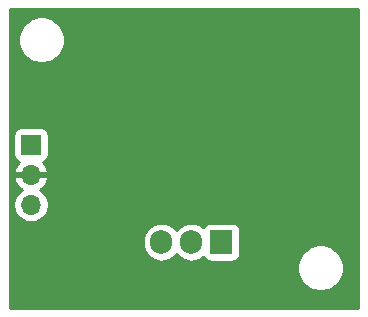
<source format=gbr>
%TF.GenerationSoftware,KiCad,Pcbnew,5.1.6-c6e7f7d~87~ubuntu18.04.1*%
%TF.CreationDate,2021-12-22T00:30:34-08:00*%
%TF.ProjectId,portable-voltage-regulator,706f7274-6162-46c6-952d-766f6c746167,rev?*%
%TF.SameCoordinates,Original*%
%TF.FileFunction,Copper,L2,Bot*%
%TF.FilePolarity,Positive*%
%FSLAX46Y46*%
G04 Gerber Fmt 4.6, Leading zero omitted, Abs format (unit mm)*
G04 Created by KiCad (PCBNEW 5.1.6-c6e7f7d~87~ubuntu18.04.1) date 2021-12-22 00:30:34*
%MOMM*%
%LPD*%
G01*
G04 APERTURE LIST*
%TA.AperFunction,ComponentPad*%
%ADD10O,1.905000X2.000000*%
%TD*%
%TA.AperFunction,ComponentPad*%
%ADD11R,1.905000X2.000000*%
%TD*%
%TA.AperFunction,ComponentPad*%
%ADD12O,1.700000X1.700000*%
%TD*%
%TA.AperFunction,ComponentPad*%
%ADD13R,1.700000X1.700000*%
%TD*%
%TA.AperFunction,ViaPad*%
%ADD14C,0.800000*%
%TD*%
%TA.AperFunction,Conductor*%
%ADD15C,0.254000*%
%TD*%
G04 APERTURE END LIST*
D10*
%TO.P,Q1,3*%
%TO.N,+9V*%
X153416000Y-104267000D03*
%TO.P,Q1,2*%
%TO.N,/Vout*%
X155956000Y-104267000D03*
D11*
%TO.P,Q1,1*%
%TO.N,Net-(Q1-Pad1)*%
X158496000Y-104267000D03*
%TD*%
D12*
%TO.P,J1,3*%
%TO.N,/Vout*%
X142367000Y-101092000D03*
%TO.P,J1,2*%
%TO.N,GND*%
X142367000Y-98552000D03*
D13*
%TO.P,J1,1*%
%TO.N,+9V*%
X142367000Y-96012000D03*
%TD*%
D14*
%TO.N,GND*%
X159004000Y-93980000D03*
X153416000Y-94234000D03*
X154178000Y-94234000D03*
X148209000Y-92964000D03*
X148971000Y-92964000D03*
X150749000Y-93853000D03*
X154178000Y-92964000D03*
X164846000Y-95758000D03*
X155194000Y-96774000D03*
X162052000Y-102108000D03*
X153924000Y-101854000D03*
X149860000Y-97536000D03*
X150876000Y-97282000D03*
X146304000Y-97790000D03*
X141732000Y-91440000D03*
X146558000Y-106172000D03*
X142494000Y-106426000D03*
X145542000Y-102616000D03*
X146050000Y-95758000D03*
X163068000Y-88138000D03*
X168656000Y-89408000D03*
X169164000Y-98044000D03*
X166878000Y-103124000D03*
X149352000Y-106934000D03*
X157988000Y-87122000D03*
X148844000Y-88392000D03*
X144272000Y-93472000D03*
X146812000Y-89662000D03*
X152908000Y-88646000D03*
X150876000Y-86360000D03*
X155702000Y-91186000D03*
X155448000Y-87122000D03*
X168910000Y-93726000D03*
X151892000Y-102108000D03*
%TD*%
D15*
%TO.N,GND*%
G36*
X170028000Y-109830000D02*
G01*
X140614000Y-109830000D01*
X140614000Y-106230495D01*
X164893000Y-106230495D01*
X164893000Y-106621505D01*
X164969282Y-107005003D01*
X165118915Y-107366250D01*
X165336149Y-107691364D01*
X165612636Y-107967851D01*
X165937750Y-108185085D01*
X166298997Y-108334718D01*
X166682495Y-108411000D01*
X167073505Y-108411000D01*
X167457003Y-108334718D01*
X167818250Y-108185085D01*
X168143364Y-107967851D01*
X168419851Y-107691364D01*
X168637085Y-107366250D01*
X168786718Y-107005003D01*
X168863000Y-106621505D01*
X168863000Y-106230495D01*
X168786718Y-105846997D01*
X168637085Y-105485750D01*
X168419851Y-105160636D01*
X168143364Y-104884149D01*
X167818250Y-104666915D01*
X167457003Y-104517282D01*
X167073505Y-104441000D01*
X166682495Y-104441000D01*
X166298997Y-104517282D01*
X165937750Y-104666915D01*
X165612636Y-104884149D01*
X165336149Y-105160636D01*
X165118915Y-105485750D01*
X164969282Y-105846997D01*
X164893000Y-106230495D01*
X140614000Y-106230495D01*
X140614000Y-104141514D01*
X151828500Y-104141514D01*
X151828500Y-104392485D01*
X151851470Y-104625703D01*
X151942245Y-104924948D01*
X152089655Y-105200734D01*
X152288037Y-105442463D01*
X152529765Y-105640845D01*
X152805551Y-105788255D01*
X153104796Y-105879030D01*
X153416000Y-105909681D01*
X153727203Y-105879030D01*
X154026448Y-105788255D01*
X154302234Y-105640845D01*
X154543963Y-105442463D01*
X154686000Y-105269391D01*
X154828037Y-105442463D01*
X155069765Y-105640845D01*
X155345551Y-105788255D01*
X155644796Y-105879030D01*
X155956000Y-105909681D01*
X156267203Y-105879030D01*
X156566448Y-105788255D01*
X156842234Y-105640845D01*
X156968095Y-105537553D01*
X157012963Y-105621494D01*
X157092315Y-105718185D01*
X157189006Y-105797537D01*
X157299320Y-105856502D01*
X157419018Y-105892812D01*
X157543500Y-105905072D01*
X159448500Y-105905072D01*
X159572982Y-105892812D01*
X159692680Y-105856502D01*
X159802994Y-105797537D01*
X159899685Y-105718185D01*
X159979037Y-105621494D01*
X160038002Y-105511180D01*
X160074312Y-105391482D01*
X160086572Y-105267000D01*
X160086572Y-103267000D01*
X160074312Y-103142518D01*
X160038002Y-103022820D01*
X159979037Y-102912506D01*
X159899685Y-102815815D01*
X159802994Y-102736463D01*
X159692680Y-102677498D01*
X159572982Y-102641188D01*
X159448500Y-102628928D01*
X157543500Y-102628928D01*
X157419018Y-102641188D01*
X157299320Y-102677498D01*
X157189006Y-102736463D01*
X157092315Y-102815815D01*
X157012963Y-102912506D01*
X156968095Y-102996446D01*
X156842235Y-102893155D01*
X156566449Y-102745745D01*
X156267204Y-102654970D01*
X155956000Y-102624319D01*
X155644797Y-102654970D01*
X155345552Y-102745745D01*
X155069766Y-102893155D01*
X154828037Y-103091537D01*
X154686000Y-103264609D01*
X154543963Y-103091537D01*
X154302235Y-102893155D01*
X154026449Y-102745745D01*
X153727204Y-102654970D01*
X153416000Y-102624319D01*
X153104797Y-102654970D01*
X152805552Y-102745745D01*
X152529766Y-102893155D01*
X152288037Y-103091537D01*
X152089655Y-103333265D01*
X151942245Y-103609051D01*
X151851470Y-103908296D01*
X151828500Y-104141514D01*
X140614000Y-104141514D01*
X140614000Y-100945740D01*
X140882000Y-100945740D01*
X140882000Y-101238260D01*
X140939068Y-101525158D01*
X141051010Y-101795411D01*
X141213525Y-102038632D01*
X141420368Y-102245475D01*
X141663589Y-102407990D01*
X141933842Y-102519932D01*
X142220740Y-102577000D01*
X142513260Y-102577000D01*
X142800158Y-102519932D01*
X143070411Y-102407990D01*
X143313632Y-102245475D01*
X143520475Y-102038632D01*
X143682990Y-101795411D01*
X143794932Y-101525158D01*
X143852000Y-101238260D01*
X143852000Y-100945740D01*
X143794932Y-100658842D01*
X143682990Y-100388589D01*
X143520475Y-100145368D01*
X143313632Y-99938525D01*
X143131466Y-99816805D01*
X143248355Y-99747178D01*
X143464588Y-99552269D01*
X143638641Y-99318920D01*
X143763825Y-99056099D01*
X143808476Y-98908890D01*
X143687155Y-98679000D01*
X142494000Y-98679000D01*
X142494000Y-98699000D01*
X142240000Y-98699000D01*
X142240000Y-98679000D01*
X141046845Y-98679000D01*
X140925524Y-98908890D01*
X140970175Y-99056099D01*
X141095359Y-99318920D01*
X141269412Y-99552269D01*
X141485645Y-99747178D01*
X141602534Y-99816805D01*
X141420368Y-99938525D01*
X141213525Y-100145368D01*
X141051010Y-100388589D01*
X140939068Y-100658842D01*
X140882000Y-100945740D01*
X140614000Y-100945740D01*
X140614000Y-95162000D01*
X140878928Y-95162000D01*
X140878928Y-96862000D01*
X140891188Y-96986482D01*
X140927498Y-97106180D01*
X140986463Y-97216494D01*
X141065815Y-97313185D01*
X141162506Y-97392537D01*
X141272820Y-97451502D01*
X141353466Y-97475966D01*
X141269412Y-97551731D01*
X141095359Y-97785080D01*
X140970175Y-98047901D01*
X140925524Y-98195110D01*
X141046845Y-98425000D01*
X142240000Y-98425000D01*
X142240000Y-98405000D01*
X142494000Y-98405000D01*
X142494000Y-98425000D01*
X143687155Y-98425000D01*
X143808476Y-98195110D01*
X143763825Y-98047901D01*
X143638641Y-97785080D01*
X143464588Y-97551731D01*
X143380534Y-97475966D01*
X143461180Y-97451502D01*
X143571494Y-97392537D01*
X143668185Y-97313185D01*
X143747537Y-97216494D01*
X143806502Y-97106180D01*
X143842812Y-96986482D01*
X143855072Y-96862000D01*
X143855072Y-95162000D01*
X143842812Y-95037518D01*
X143806502Y-94917820D01*
X143747537Y-94807506D01*
X143668185Y-94710815D01*
X143571494Y-94631463D01*
X143461180Y-94572498D01*
X143341482Y-94536188D01*
X143217000Y-94523928D01*
X141517000Y-94523928D01*
X141392518Y-94536188D01*
X141272820Y-94572498D01*
X141162506Y-94631463D01*
X141065815Y-94710815D01*
X140986463Y-94807506D01*
X140927498Y-94917820D01*
X140891188Y-95037518D01*
X140878928Y-95162000D01*
X140614000Y-95162000D01*
X140614000Y-86926495D01*
X141271000Y-86926495D01*
X141271000Y-87317505D01*
X141347282Y-87701003D01*
X141496915Y-88062250D01*
X141714149Y-88387364D01*
X141990636Y-88663851D01*
X142315750Y-88881085D01*
X142676997Y-89030718D01*
X143060495Y-89107000D01*
X143451505Y-89107000D01*
X143835003Y-89030718D01*
X144196250Y-88881085D01*
X144521364Y-88663851D01*
X144797851Y-88387364D01*
X145015085Y-88062250D01*
X145164718Y-87701003D01*
X145241000Y-87317505D01*
X145241000Y-86926495D01*
X145164718Y-86542997D01*
X145015085Y-86181750D01*
X144797851Y-85856636D01*
X144521364Y-85580149D01*
X144196250Y-85362915D01*
X143835003Y-85213282D01*
X143451505Y-85137000D01*
X143060495Y-85137000D01*
X142676997Y-85213282D01*
X142315750Y-85362915D01*
X141990636Y-85580149D01*
X141714149Y-85856636D01*
X141496915Y-86181750D01*
X141347282Y-86542997D01*
X141271000Y-86926495D01*
X140614000Y-86926495D01*
X140614000Y-84480000D01*
X170028001Y-84480000D01*
X170028000Y-109830000D01*
G37*
X170028000Y-109830000D02*
X140614000Y-109830000D01*
X140614000Y-106230495D01*
X164893000Y-106230495D01*
X164893000Y-106621505D01*
X164969282Y-107005003D01*
X165118915Y-107366250D01*
X165336149Y-107691364D01*
X165612636Y-107967851D01*
X165937750Y-108185085D01*
X166298997Y-108334718D01*
X166682495Y-108411000D01*
X167073505Y-108411000D01*
X167457003Y-108334718D01*
X167818250Y-108185085D01*
X168143364Y-107967851D01*
X168419851Y-107691364D01*
X168637085Y-107366250D01*
X168786718Y-107005003D01*
X168863000Y-106621505D01*
X168863000Y-106230495D01*
X168786718Y-105846997D01*
X168637085Y-105485750D01*
X168419851Y-105160636D01*
X168143364Y-104884149D01*
X167818250Y-104666915D01*
X167457003Y-104517282D01*
X167073505Y-104441000D01*
X166682495Y-104441000D01*
X166298997Y-104517282D01*
X165937750Y-104666915D01*
X165612636Y-104884149D01*
X165336149Y-105160636D01*
X165118915Y-105485750D01*
X164969282Y-105846997D01*
X164893000Y-106230495D01*
X140614000Y-106230495D01*
X140614000Y-104141514D01*
X151828500Y-104141514D01*
X151828500Y-104392485D01*
X151851470Y-104625703D01*
X151942245Y-104924948D01*
X152089655Y-105200734D01*
X152288037Y-105442463D01*
X152529765Y-105640845D01*
X152805551Y-105788255D01*
X153104796Y-105879030D01*
X153416000Y-105909681D01*
X153727203Y-105879030D01*
X154026448Y-105788255D01*
X154302234Y-105640845D01*
X154543963Y-105442463D01*
X154686000Y-105269391D01*
X154828037Y-105442463D01*
X155069765Y-105640845D01*
X155345551Y-105788255D01*
X155644796Y-105879030D01*
X155956000Y-105909681D01*
X156267203Y-105879030D01*
X156566448Y-105788255D01*
X156842234Y-105640845D01*
X156968095Y-105537553D01*
X157012963Y-105621494D01*
X157092315Y-105718185D01*
X157189006Y-105797537D01*
X157299320Y-105856502D01*
X157419018Y-105892812D01*
X157543500Y-105905072D01*
X159448500Y-105905072D01*
X159572982Y-105892812D01*
X159692680Y-105856502D01*
X159802994Y-105797537D01*
X159899685Y-105718185D01*
X159979037Y-105621494D01*
X160038002Y-105511180D01*
X160074312Y-105391482D01*
X160086572Y-105267000D01*
X160086572Y-103267000D01*
X160074312Y-103142518D01*
X160038002Y-103022820D01*
X159979037Y-102912506D01*
X159899685Y-102815815D01*
X159802994Y-102736463D01*
X159692680Y-102677498D01*
X159572982Y-102641188D01*
X159448500Y-102628928D01*
X157543500Y-102628928D01*
X157419018Y-102641188D01*
X157299320Y-102677498D01*
X157189006Y-102736463D01*
X157092315Y-102815815D01*
X157012963Y-102912506D01*
X156968095Y-102996446D01*
X156842235Y-102893155D01*
X156566449Y-102745745D01*
X156267204Y-102654970D01*
X155956000Y-102624319D01*
X155644797Y-102654970D01*
X155345552Y-102745745D01*
X155069766Y-102893155D01*
X154828037Y-103091537D01*
X154686000Y-103264609D01*
X154543963Y-103091537D01*
X154302235Y-102893155D01*
X154026449Y-102745745D01*
X153727204Y-102654970D01*
X153416000Y-102624319D01*
X153104797Y-102654970D01*
X152805552Y-102745745D01*
X152529766Y-102893155D01*
X152288037Y-103091537D01*
X152089655Y-103333265D01*
X151942245Y-103609051D01*
X151851470Y-103908296D01*
X151828500Y-104141514D01*
X140614000Y-104141514D01*
X140614000Y-100945740D01*
X140882000Y-100945740D01*
X140882000Y-101238260D01*
X140939068Y-101525158D01*
X141051010Y-101795411D01*
X141213525Y-102038632D01*
X141420368Y-102245475D01*
X141663589Y-102407990D01*
X141933842Y-102519932D01*
X142220740Y-102577000D01*
X142513260Y-102577000D01*
X142800158Y-102519932D01*
X143070411Y-102407990D01*
X143313632Y-102245475D01*
X143520475Y-102038632D01*
X143682990Y-101795411D01*
X143794932Y-101525158D01*
X143852000Y-101238260D01*
X143852000Y-100945740D01*
X143794932Y-100658842D01*
X143682990Y-100388589D01*
X143520475Y-100145368D01*
X143313632Y-99938525D01*
X143131466Y-99816805D01*
X143248355Y-99747178D01*
X143464588Y-99552269D01*
X143638641Y-99318920D01*
X143763825Y-99056099D01*
X143808476Y-98908890D01*
X143687155Y-98679000D01*
X142494000Y-98679000D01*
X142494000Y-98699000D01*
X142240000Y-98699000D01*
X142240000Y-98679000D01*
X141046845Y-98679000D01*
X140925524Y-98908890D01*
X140970175Y-99056099D01*
X141095359Y-99318920D01*
X141269412Y-99552269D01*
X141485645Y-99747178D01*
X141602534Y-99816805D01*
X141420368Y-99938525D01*
X141213525Y-100145368D01*
X141051010Y-100388589D01*
X140939068Y-100658842D01*
X140882000Y-100945740D01*
X140614000Y-100945740D01*
X140614000Y-95162000D01*
X140878928Y-95162000D01*
X140878928Y-96862000D01*
X140891188Y-96986482D01*
X140927498Y-97106180D01*
X140986463Y-97216494D01*
X141065815Y-97313185D01*
X141162506Y-97392537D01*
X141272820Y-97451502D01*
X141353466Y-97475966D01*
X141269412Y-97551731D01*
X141095359Y-97785080D01*
X140970175Y-98047901D01*
X140925524Y-98195110D01*
X141046845Y-98425000D01*
X142240000Y-98425000D01*
X142240000Y-98405000D01*
X142494000Y-98405000D01*
X142494000Y-98425000D01*
X143687155Y-98425000D01*
X143808476Y-98195110D01*
X143763825Y-98047901D01*
X143638641Y-97785080D01*
X143464588Y-97551731D01*
X143380534Y-97475966D01*
X143461180Y-97451502D01*
X143571494Y-97392537D01*
X143668185Y-97313185D01*
X143747537Y-97216494D01*
X143806502Y-97106180D01*
X143842812Y-96986482D01*
X143855072Y-96862000D01*
X143855072Y-95162000D01*
X143842812Y-95037518D01*
X143806502Y-94917820D01*
X143747537Y-94807506D01*
X143668185Y-94710815D01*
X143571494Y-94631463D01*
X143461180Y-94572498D01*
X143341482Y-94536188D01*
X143217000Y-94523928D01*
X141517000Y-94523928D01*
X141392518Y-94536188D01*
X141272820Y-94572498D01*
X141162506Y-94631463D01*
X141065815Y-94710815D01*
X140986463Y-94807506D01*
X140927498Y-94917820D01*
X140891188Y-95037518D01*
X140878928Y-95162000D01*
X140614000Y-95162000D01*
X140614000Y-86926495D01*
X141271000Y-86926495D01*
X141271000Y-87317505D01*
X141347282Y-87701003D01*
X141496915Y-88062250D01*
X141714149Y-88387364D01*
X141990636Y-88663851D01*
X142315750Y-88881085D01*
X142676997Y-89030718D01*
X143060495Y-89107000D01*
X143451505Y-89107000D01*
X143835003Y-89030718D01*
X144196250Y-88881085D01*
X144521364Y-88663851D01*
X144797851Y-88387364D01*
X145015085Y-88062250D01*
X145164718Y-87701003D01*
X145241000Y-87317505D01*
X145241000Y-86926495D01*
X145164718Y-86542997D01*
X145015085Y-86181750D01*
X144797851Y-85856636D01*
X144521364Y-85580149D01*
X144196250Y-85362915D01*
X143835003Y-85213282D01*
X143451505Y-85137000D01*
X143060495Y-85137000D01*
X142676997Y-85213282D01*
X142315750Y-85362915D01*
X141990636Y-85580149D01*
X141714149Y-85856636D01*
X141496915Y-86181750D01*
X141347282Y-86542997D01*
X141271000Y-86926495D01*
X140614000Y-86926495D01*
X140614000Y-84480000D01*
X170028001Y-84480000D01*
X170028000Y-109830000D01*
%TD*%
M02*

</source>
